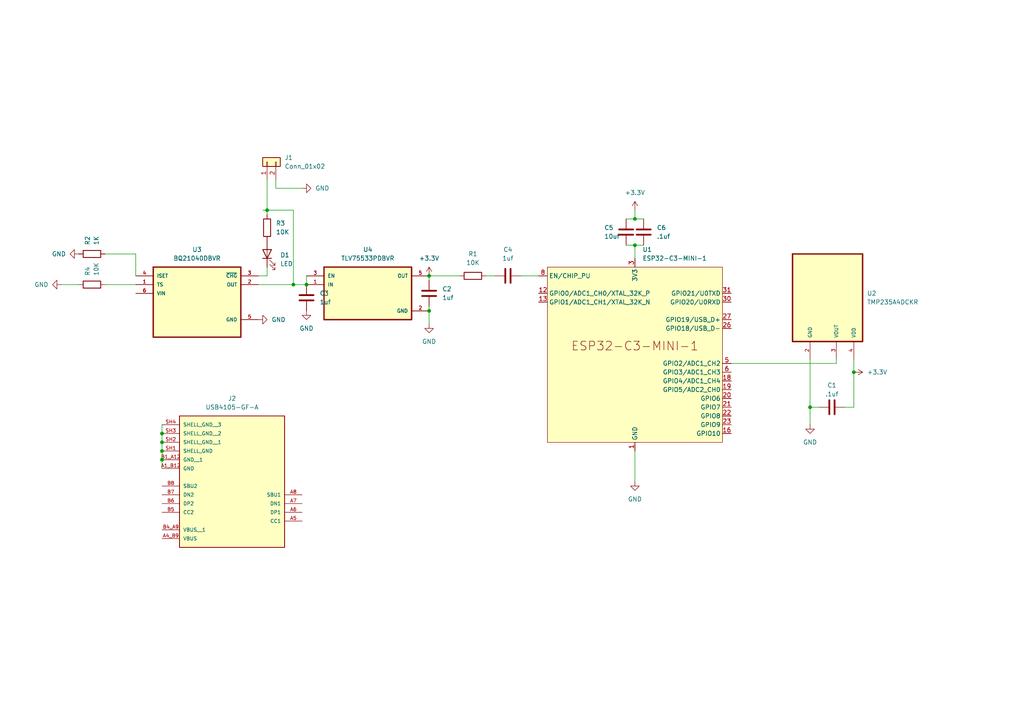
<source format=kicad_sch>
(kicad_sch (version 20230121) (generator eeschema)
  (paper "A4")
  (lib_symbols
    (symbol "BQ21040DBVR:BQ21040DBVR" (pin_names (offset 1.016))
      (property "Reference" "U" (at -12.7 11.16 0))
      (property "Value" "BQ21040DBVR" (at -12.7 -14.16 0))
      (symbol "BQ21040DBVR_0_0"
        (rectangle (start -12.7 -10.16) (end 12.7 10.16) (stroke (width 0.41)) (fill (type background)))
        (pin input line (at -17.78 5.08 0) (length 5.08) (name "TS") (number "1"))
        (pin output line (at 17.78 5.08 180) (length 5.08) (name "OUT") (number "2"))
        (pin output line (at 17.78 7.62 180) (length 5.08) (name "~{CHG}") (number "3"))
        (pin input line (at -17.78 7.62 0) (length 5.08) (name "ISET") (number "4"))
        (pin power_in line (at 17.78 -5.08 180) (length 5.08) (name "GND") (number "5"))
        (pin input line (at -17.78 2.54 0) (length 5.08) (name "VIN") (number "6"))
      )
    )
    (symbol "Connector_Generic:Conn_01x02" (pin_names (offset 1.016) hide)
      (property "Reference" "J" (at 0 2.54 0))
      (property "Value" "Conn_01x02" (at 0 -5.08 0))
      (symbol "Conn_01x02_1_1"
        (rectangle (start -1.27 -2.413) (end 0 -2.667) (stroke (width 0.1524)))
        (rectangle (start -1.27 0.127) (end 0 -0.127) (stroke (width 0.1524)))
        (rectangle (start -1.27 1.27) (end 1.27 -3.81) (stroke (width 0.254)) (fill (type background)))
        (pin passive line (at -5.08 0 0) (length 3.81) (name "Pin_1") (number "1"))
        (pin passive line (at -5.08 -2.54 0) (length 3.81) (name "Pin_2") (number "2"))
      )
    )
    (symbol "Device:C" (pin_numbers hide) (pin_names (offset 0.254))
      (property "Reference" "C" (at 0.635 2.54 0))
      (property "Value" "C" (at 0.635 -2.54 0))
      (symbol "C_0_1"
        (polyline (pts (xy -2.032 -0.762) (xy 2.032 -0.762)) (stroke (width 0.508)))
        (polyline (pts (xy -2.032 0.762) (xy 2.032 0.762)) (stroke (width 0.508)))
      )
      (symbol "C_1_1"
        (pin passive line (at 0 3.81 270) (length 2.794) (name "~") (number "1"))
        (pin passive line (at 0 -3.81 90) (length 2.794) (name "~") (number "2"))
      )
    )
    (symbol "Device:LED" (pin_numbers hide) (pin_names (offset 1.016) hide)
      (property "Reference" "D" (at 0 2.54 0))
      (property "Value" "LED" (at 0 -2.54 0))
      (symbol "LED_0_1"
        (polyline (pts (xy -1.27 -1.27) (xy -1.27 1.27)) (stroke (width 0.254)))
        (polyline (pts (xy -1.27 0) (xy 1.27 0)))
        (polyline (pts (xy 1.27 -1.27) (xy 1.27 1.27) (xy -1.27 0) (xy 1.27 -1.27)) (stroke (width 0.254)))
        (polyline (pts (xy -3.048 -0.762) (xy -4.572 -2.286) (xy -3.81 -2.286) (xy -4.572 -2.286) (xy -4.572 -1.524)))
        (polyline (pts (xy -1.778 -0.762) (xy -3.302 -2.286) (xy -2.54 -2.286) (xy -3.302 -2.286) (xy -3.302 -1.524)))
      )
      (symbol "LED_1_1"
        (pin passive line (at -3.81 0 0) (length 2.54) (name "K") (number "1"))
        (pin passive line (at 3.81 0 180) (length 2.54) (name "A") (number "2"))
      )
    )
    (symbol "Device:R" (pin_numbers hide) (pin_names (offset 0))
      (property "Reference" "R" (at 2.032 0 90))
      (property "Value" "R" (at 0 0 90))
      (symbol "R_0_1"
        (rectangle (start -1.016 -2.54) (end 1.016 2.54) (stroke (width 0.254)))
      )
      (symbol "R_1_1"
        (pin passive line (at 0 3.81 270) (length 1.27) (name "~") (number "1"))
        (pin passive line (at 0 -3.81 90) (length 1.27) (name "~") (number "2"))
      )
    )
    (symbol "PCM_Espressif:ESP32-C3-MINI-1"
      (property "Reference" "U" (at -25.4 30.48 0))
      (property "Value" "ESP32-C3-MINI-1" (at -25.4 27.94 0))
      (symbol "ESP32-C3-MINI-1_0_0"
        (text "ESP32-C3-MINI-1" (at 0 2.54 0) (effects (font (size 2.54 2.54))))
      )
      (symbol "ESP32-C3-MINI-1_0_1"
        (rectangle (start -25.4 25.4) (end 25.4 -25.4) (fill (type background)))
      )
      (symbol "ESP32-C3-MINI-1_1_1"
        (pin power_in line (at 0 -27.94 90) (length 2.54) (name "GND") (number "1"))
        (pin no_connect line (at -25.4 2.54 0) (length 2.54) hide (name "NC") (number "10"))
        (pin passive line (at 0 -27.94 90) (length 2.54) hide (name "GND") (number "11"))
        (pin bidirectional line (at -27.94 17.78 0) (length 2.54) (name "GPIO0/ADC1_CH0/XTAL_32K_P") (number "12"))
        (pin bidirectional line (at -27.94 15.24 0) (length 2.54) (name "GPIO1/ADC1_CH1/XTAL_32K_N") (number "13"))
        (pin passive line (at 0 -27.94 90) (length 2.54) hide (name "GND") (number "14"))
        (pin no_connect line (at -25.4 0 0) (length 2.54) hide (name "NC") (number "15"))
        (pin bidirectional line (at 27.94 -22.86 180) (length 2.54) (name "GPIO10") (number "16"))
        (pin no_connect line (at -25.4 -2.54 0) (length 2.54) hide (name "NC") (number "17"))
        (pin bidirectional line (at 27.94 -7.62 180) (length 2.54) (name "GPIO4/ADC1_CH4") (number "18"))
        (pin bidirectional line (at 27.94 -10.16 180) (length 2.54) (name "GPIO5/ADC2_CH0") (number "19"))
        (pin passive line (at 0 -27.94 90) (length 2.54) hide (name "GND") (number "2"))
        (pin bidirectional line (at 27.94 -12.7 180) (length 2.54) (name "GPIO6") (number "20"))
        (pin bidirectional line (at 27.94 -15.24 180) (length 2.54) (name "GPIO7") (number "21"))
        (pin bidirectional line (at 27.94 -17.78 180) (length 2.54) (name "GPIO8") (number "22"))
        (pin bidirectional line (at 27.94 -20.32 180) (length 2.54) (name "GPIO9") (number "23"))
        (pin no_connect line (at -25.4 -5.08 0) (length 2.54) hide (name "NC") (number "24"))
        (pin no_connect line (at -25.4 -7.62 0) (length 2.54) hide (name "NC") (number "25"))
        (pin bidirectional line (at 27.94 7.62 180) (length 2.54) (name "GPIO18/USB_D-") (number "26"))
        (pin bidirectional line (at 27.94 10.16 180) (length 2.54) (name "GPIO19/USB_D+") (number "27"))
        (pin no_connect line (at -25.4 -10.16 0) (length 2.54) hide (name "NC") (number "28"))
        (pin no_connect line (at -25.4 -12.7 0) (length 2.54) hide (name "NC") (number "29"))
        (pin power_in line (at 0 27.94 270) (length 2.54) (name "3V3") (number "3"))
        (pin bidirectional line (at 27.94 15.24 180) (length 2.54) (name "GPIO20/U0RXD") (number "30"))
        (pin bidirectional line (at 27.94 17.78 180) (length 2.54) (name "GPIO21/U0TXD") (number "31"))
        (pin no_connect line (at -25.4 -15.24 0) (length 2.54) hide (name "NC") (number "32"))
        (pin no_connect line (at -25.4 -17.78 0) (length 2.54) hide (name "NC") (number "33"))
        (pin no_connect line (at -25.4 -20.32 0) (length 2.54) hide (name "NC") (number "34"))
        (pin no_connect line (at -25.4 -22.86 0) (length 2.54) hide (name "NC") (number "35"))
        (pin passive line (at 0 -27.94 90) (length 2.54) hide (name "GND") (number "36"))
        (pin passive line (at 0 -27.94 90) (length 2.54) hide (name "GND") (number "37"))
        (pin passive line (at 0 -27.94 90) (length 2.54) hide (name "GND") (number "38"))
        (pin passive line (at 0 -27.94 90) (length 2.54) hide (name "GND") (number "39"))
        (pin no_connect line (at -25.4 10.16 0) (length 2.54) hide (name "NC") (number "4"))
        (pin passive line (at 0 -27.94 90) (length 2.54) hide (name "GND") (number "40"))
        (pin passive line (at 0 -27.94 90) (length 2.54) hide (name "GND") (number "41"))
        (pin passive line (at 0 -27.94 90) (length 2.54) hide (name "GND") (number "42"))
        (pin passive line (at 0 -27.94 90) (length 2.54) hide (name "GND") (number "43"))
        (pin passive line (at 0 -27.94 90) (length 2.54) hide (name "GND") (number "44"))
        (pin passive line (at 0 -27.94 90) (length 2.54) hide (name "GND") (number "45"))
        (pin passive line (at 0 -27.94 90) (length 2.54) hide (name "GND") (number "46"))
        (pin passive line (at 0 -27.94 90) (length 2.54) hide (name "GND") (number "47"))
        (pin passive line (at 0 -27.94 90) (length 2.54) hide (name "GND") (number "48"))
        (pin passive line (at 0 -27.94 90) (length 2.54) hide (name "GND") (number "49"))
        (pin bidirectional line (at 27.94 -2.54 180) (length 2.54) (name "GPIO2/ADC1_CH2") (number "5"))
        (pin passive line (at 0 -27.94 90) (length 2.54) hide (name "GND") (number "50"))
        (pin passive line (at 0 -27.94 90) (length 2.54) hide (name "GND") (number "51"))
        (pin passive line (at 0 -27.94 90) (length 2.54) hide (name "GND") (number "52"))
        (pin passive line (at 0 -27.94 90) (length 2.54) hide (name "GND") (number "53"))
        (pin bidirectional line (at 27.94 -5.08 180) (length 2.54) (name "GPIO3/ADC1_CH3") (number "6"))
        (pin no_connect line (at -25.4 7.62 0) (length 2.54) hide (name "NC") (number "7"))
        (pin input line (at -27.94 22.86 0) (length 2.54) (name "EN/CHIP_PU") (number "8"))
        (pin no_connect line (at -25.4 5.08 0) (length 2.54) hide (name "NC") (number "9"))
      )
    )
    (symbol "TLV75533PDBVR:TLV75533PDBVR" (pin_names (offset 1.016))
      (property "Reference" "U" (at -12.7 8.6106 0))
      (property "Value" "TLV75533PDBVR" (at -12.7 -11.6078 0))
      (symbol "TLV75533PDBVR_0_0"
        (rectangle (start -12.7 -7.62) (end 12.7 7.62) (stroke (width 0.4064)) (fill (type background)))
        (pin input line (at -17.78 2.54 0) (length 5.08) (name "IN") (number "1"))
        (pin power_in line (at 17.78 -5.08 180) (length 5.08) (name "GND") (number "2"))
        (pin input line (at -17.78 5.08 0) (length 5.08) (name "EN") (number "3"))
        (pin output line (at 17.78 5.08 180) (length 5.08) (name "OUT") (number "5"))
      )
    )
    (symbol "TMP235A4DCKR:TMP235A4DCKR" (pin_names (offset 1.016))
      (property "Reference" "U" (at -12.7 11.16 0))
      (property "Value" "TMP235A4DCKR" (at -12.7 -14.16 0))
      (symbol "TMP235A4DCKR_0_0"
        (rectangle (start -12.7 -10.16) (end 12.7 10.16) (stroke (width 0.41)) (fill (type background)))
        (pin power_in line (at 17.78 -5.08 180) (length 5.08) (name "GND") (number "2"))
        (pin output line (at 17.78 2.54 180) (length 5.08) (name "VOUT") (number "3"))
        (pin power_in line (at 17.78 7.62 180) (length 5.08) (name "VDD") (number "4"))
      )
    )
    (symbol "USB4105-GF-A:USB4105-GF-A" (pin_names (offset 1.016))
      (property "Reference" "J" (at -15.24 13.97 0))
      (property "Value" "USB4105-GF-A" (at -15.24 -27.94 0))
      (symbol "USB4105-GF-A_0_0"
        (rectangle (start -15.24 -25.4) (end 15.24 12.7) (stroke (width 0.254)) (fill (type background)))
        (pin power_in line (at 20.32 -10.16 180) (length 5.08) (name "GND") (number "A1_B12"))
        (pin power_in line (at 20.32 10.16 180) (length 5.08) (name "VBUS") (number "A4_B9"))
        (pin bidirectional line (at -20.32 5.08 0) (length 5.08) (name "CC1") (number "A5"))
        (pin bidirectional line (at -20.32 2.54 0) (length 5.08) (name "DP1") (number "A6"))
        (pin bidirectional line (at -20.32 0 0) (length 5.08) (name "DN1") (number "A7"))
        (pin bidirectional line (at -20.32 -2.54 0) (length 5.08) (name "SBU1") (number "A8"))
        (pin power_in line (at 20.32 -12.7 180) (length 5.08) (name "GND__1") (number "B1_A12"))
        (pin power_in line (at 20.32 7.62 180) (length 5.08) (name "VBUS__1") (number "B4_A9"))
        (pin bidirectional line (at 20.32 2.54 180) (length 5.08) (name "CC2") (number "B5"))
        (pin bidirectional line (at 20.32 0 180) (length 5.08) (name "DP2") (number "B6"))
        (pin bidirectional line (at 20.32 -2.54 180) (length 5.08) (name "DN2") (number "B7"))
        (pin bidirectional line (at 20.32 -5.08 180) (length 5.08) (name "SBU2") (number "B8"))
        (pin power_in line (at 20.32 -15.24 180) (length 5.08) (name "SHELL_GND") (number "SH1"))
        (pin power_in line (at 20.32 -17.78 180) (length 5.08) (name "SHELL_GND__1") (number "SH2"))
        (pin power_in line (at 20.32 -20.32 180) (length 5.08) (name "SHELL_GND__2") (number "SH3"))
        (pin power_in line (at 20.32 -22.86 180) (length 5.08) (name "SHELL_GND__3") (number "SH4"))
      )
    )
    (symbol "power:+3.3V" (power) (pin_names (offset 0))
      (property "Value" "+3.3V" (at 0 3.556 0))
      (symbol "+3.3V_0_1"
        (polyline (pts (xy -0.762 1.27) (xy 0 2.54)))
        (polyline (pts (xy 0 0) (xy 0 2.54)))
        (polyline (pts (xy 0 2.54) (xy 0.762 1.27)))
      )
      (symbol "+3.3V_1_1"
        (pin power_in line (at 0 0 90) (length 0) hide (name "+3.3V") (number "1"))
      )
    )
    (symbol "power:GND" (power) (pin_names (offset 0))
      (property "Value" "GND" (at 0 -3.81 0))
      (symbol "GND_0_1"
        (polyline (pts (xy 0 0) (xy 0 -1.27) (xy 1.27 -1.27) (xy 0 -2.54) (xy -1.27 -1.27) (xy 0 -1.27)))
      )
      (symbol "GND_1_1"
        (pin power_in line (at 0 0 270) (length 0) hide (name "GND") (number "1"))
      )
    )
  )
  (junction (at 184.15 63.5))
  (junction (at 85.09 82.55))
  (junction (at 46.99 133.35))
  (junction (at 124.46 80.01))
  (junction (at 234.95 118.11))
  (junction (at 88.9 82.55))
  (junction (at 184.15 71.12))
  (junction (at 46.99 125.73))
  (junction (at 46.99 130.81))
  (junction (at 46.99 128.27))
  (junction (at 77.47 60.96))
  (junction (at 124.46 90.17))
  (junction (at 247.65 107.95))
  (wire (pts (xy 46.99 125.73) (xy 46.99 128.27)))
  (wire (pts (xy 234.95 118.11) (xy 234.95 104.14)))
  (wire (pts (xy 181.61 71.12) (xy 184.15 71.12)))
  (wire (pts (xy 124.46 88.9) (xy 124.46 90.17)))
  (wire (pts (xy 30.48 73.66) (xy 39.37 73.66)))
  (wire (pts (xy 133.35 80.01) (xy 124.46 80.01)))
  (wire (pts (xy 74.93 82.55) (xy 85.09 82.55)))
  (wire (pts (xy 151.13 80.01) (xy 156.21 80.01)))
  (wire (pts (xy 234.95 118.11) (xy 234.95 123.19)))
  (wire (pts (xy 181.61 63.5) (xy 184.15 63.5)))
  (wire (pts (xy 247.65 118.11) (xy 247.65 107.95)))
  (wire (pts (xy 46.99 133.35) (xy 46.99 135.89)))
  (wire (pts (xy 77.47 60.96) (xy 85.09 60.96)))
  (wire (pts (xy 184.15 130.81) (xy 184.15 139.7)))
  (wire (pts (xy 237.49 118.11) (xy 234.95 118.11)))
  (wire (pts (xy 88.9 80.01) (xy 88.9 82.55)))
  (wire (pts (xy 184.15 63.5) (xy 186.69 63.5)))
  (wire (pts (xy 245.11 118.11) (xy 247.65 118.11)))
  (wire (pts (xy 184.15 74.93) (xy 184.15 71.12)))
  (wire (pts (xy 85.09 82.55) (xy 88.9 82.55)))
  (wire (pts (xy 140.97 80.01) (xy 143.51 80.01)))
  (wire (pts (xy 212.09 105.41) (xy 242.57 105.41)))
  (wire (pts (xy 247.65 104.14) (xy 247.65 107.95)))
  (wire (pts (xy 46.99 123.19) (xy 46.99 125.73)))
  (wire (pts (xy 77.47 80.01) (xy 77.47 77.47)))
  (wire (pts (xy 39.37 73.66) (xy 39.37 80.01)))
  (wire (pts (xy 77.47 52.07) (xy 77.47 60.96)))
  (wire (pts (xy 76.2 60.96) (xy 77.47 60.96)))
  (wire (pts (xy 124.46 90.17) (xy 124.46 93.98)))
  (wire (pts (xy 80.01 52.07) (xy 80.01 54.61)))
  (wire (pts (xy 85.09 60.96) (xy 85.09 82.55)))
  (wire (pts (xy 242.57 105.41) (xy 242.57 104.14)))
  (wire (pts (xy 74.93 80.01) (xy 77.47 80.01)))
  (wire (pts (xy 80.01 54.61) (xy 87.63 54.61)))
  (wire (pts (xy 184.15 60.96) (xy 184.15 63.5)))
  (wire (pts (xy 77.47 62.23) (xy 77.47 60.96)))
  (wire (pts (xy 124.46 80.01) (xy 124.46 81.28)))
  (wire (pts (xy 46.99 130.81) (xy 46.99 133.35)))
  (wire (pts (xy 184.15 71.12) (xy 186.69 71.12)))
  (wire (pts (xy 17.78 82.55) (xy 22.86 82.55)))
  (wire (pts (xy 30.48 82.55) (xy 39.37 82.55)))
  (wire (pts (xy 46.99 128.27) (xy 46.99 130.81)))
  (symbol (lib_id "power:GND") (at 87.63 54.61 90) (unit 1)
    (property "Reference" "#PWR02" (effects hide))
    (property "Value" "GND" (at 91.44 54.61 90) (effects (justify right)))
  )
  (symbol (lib_id "power:+3.3V") (at 247.65 107.95 270) (unit 1)
    (property "Reference" "#PWR011" (effects hide))
    (property "Value" "+3.3V" (at 251.46 107.95 90) (effects (justify left)))
  )
  (symbol (lib_id "Connector_Generic:Conn_01x02") (at 77.47 46.99 90) (unit 1)
    (property "Reference" "J1" (at 82.55 45.72 90) (effects (justify right)))
    (property "Value" "Conn_01x02" (at 82.55 48.26 90) (effects (justify right)))
  )
  (symbol (lib_id "power:GND") (at 22.86 73.66 270) (unit 1)
    (property "Reference" "#PWR06" (effects hide))
    (property "Value" "GND" (at 19.1327 73.66 90) (effects (justify right)))
  )
  (symbol (lib_id "Device:R") (at 26.67 82.55 90) (unit 1)
    (property "Reference" "R4" (at 25.4 80.01 0) (effects (justify left)))
    (property "Value" "10K" (at 27.94 80.01 0) (effects (justify left)))
  )
  (symbol (lib_id "Device:R") (at 26.67 73.66 90) (unit 1)
    (property "Reference" "R2" (at 25.4 71.12 0) (effects (justify left)))
    (property "Value" "1K" (at 27.94 71.12 0) (effects (justify left)))
  )
  (symbol (lib_id "Device:C") (at 147.32 80.01 270) (unit 1)
    (property "Reference" "C4" (at 147.32 72.39 90))
    (property "Value" "1uf" (at 147.32 74.93 90))
  )
  (symbol (lib_id "TLV75533PDBVR:TLV75533PDBVR") (at 106.68 85.09 0) (unit 1)
    (property "Reference" "U4" (at 106.68 72.39 0))
    (property "Value" "TLV75533PDBVR" (at 106.68 74.93 0))
    (property "Footprint" "SOT95P280X145-5N" (effects hide))
  )
  (symbol (lib_id "power:+3.3V") (at 184.15 60.96 0) (unit 1)
    (property "Reference" "#PWR010" (effects hide))
    (property "Value" "+3.3V" (at 184.15 55.88 0))
  )
  (symbol (lib_id "Device:C") (at 181.61 67.31 0) (unit 1)
    (property "Reference" "C5" (at 175.26 66.04 0) (effects (justify left)))
    (property "Value" "10uf" (at 175.26 68.58 0) (effects (justify left)))
  )
  (symbol (lib_id "Device:C") (at 186.69 67.31 0) (unit 1)
    (property "Reference" "C6" (at 190.5 66.04 0) (effects (justify left)))
    (property "Value" ".1uf" (at 190.5 68.58 0) (effects (justify left)))
  )
  (symbol (lib_id "Device:C") (at 124.46 85.09 180) (unit 1)
    (property "Reference" "C2" (at 128.27 83.82 0) (effects (justify right)))
    (property "Value" "1uf" (at 128.27 86.36 0) (effects (justify right)))
  )
  (symbol (lib_id "power:+3.3V") (at 124.46 80.01 0) (unit 1)
    (property "Reference" "#PWR09" (effects hide))
    (property "Value" "+3.3V" (at 124.46 74.93 0))
  )
  (symbol (lib_id "BQ21040DBVR:BQ21040DBVR") (at 57.15 87.63 0) (unit 1)
    (property "Reference" "U3" (at 57.15 72.39 0))
    (property "Value" "BQ21040DBVR" (at 57.15 74.93 0))
    (property "Footprint" "BQ21040DBVR:SOT95P280X145-6N" (effects hide))
  )
  (symbol (lib_id "power:GND") (at 184.15 139.7 0) (unit 1)
    (property "Reference" "#PWR01" (effects hide))
    (property "Value" "GND" (at 184.15 144.78 0))
  )
  (symbol (lib_id "USB4105-GF-A:USB4105-GF-A") (at 67.31 146.05 180) (unit 1)
    (property "Reference" "J2" (at 67.31 115.57 0))
    (property "Value" "USB4105-GF-A" (at 67.31 118.11 0))
    (property "Footprint" "GCT_USB4105-GF-A" (effects hide))
    (property "PARTREV" "B3" (effects hide))
    (property "MANUFACTURER" "Global Connector Technology" (effects hide))
    (property "MAXIMUM_PACKAGE_HEIGHT" "3.31mm" (effects hide))
    (property "STANDARD" "Manufacturer Recommendations" (effects hide))
  )
  (symbol (lib_id "power:GND") (at 74.93 92.71 90) (unit 1)
    (property "Reference" "#PWR03" (effects hide))
    (property "Value" "GND" (at 78.74 92.71 90) (effects (justify right)))
  )
  (symbol (lib_id "Device:R") (at 137.16 80.01 90) (unit 1)
    (property "Reference" "R1" (at 137.16 73.66 90))
    (property "Value" "10K" (at 137.16 76.2 90))
  )
  (symbol (lib_id "TMP235A4DCKR:TMP235A4DCKR") (at 240.03 86.36 270) (unit 1)
    (property "Reference" "U2" (at 251.46 85.09 90) (effects (justify left)))
    (property "Value" "TMP235A4DCKR" (at 251.46 87.63 90) (effects (justify left)))
    (property "Footprint" "TMP235A4DCKR:SOT65P210X110-5N" (effects hide))
  )
  (symbol (lib_id "power:GND") (at 17.78 82.55 270) (unit 1)
    (property "Reference" "#PWR05" (effects hide))
    (property "Value" "GND" (at 14.0527 82.55 90) (effects (justify right)))
  )
  (symbol (lib_id "Device:C") (at 88.9 86.36 180) (unit 1)
    (property "Reference" "C3" (at 92.71 85.09 0) (effects (justify right)))
    (property "Value" "1uf" (at 92.71 87.63 0) (effects (justify right)))
  )
  (symbol (lib_id "power:GND") (at 234.95 123.19 0) (unit 1)
    (property "Reference" "#PWR07" (effects hide))
    (property "Value" "GND" (at 234.95 128.27 0))
  )
  (symbol (lib_id "Device:LED") (at 77.47 73.66 90) (unit 1)
    (property "Reference" "D1" (at 81.28 73.9775 90) (effects (justify right)))
    (property "Value" "LED" (at 81.28 76.5175 90) (effects (justify right)))
  )
  (symbol (lib_id "power:GND") (at 124.46 93.98 0) (unit 1)
    (property "Reference" "#PWR08" (effects hide))
    (property "Value" "GND" (at 124.46 99.06 0))
  )
  (symbol (lib_id "power:GND") (at 88.9 90.17 0) (unit 1)
    (property "Reference" "#PWR04" (effects hide))
    (property "Value" "GND" (at 88.9 95.25 0))
  )
  (symbol (lib_id "PCM_Espressif:ESP32-C3-MINI-1") (at 184.15 102.87 0) (unit 1)
    (property "Reference" "U1" (at 186.3441 72.39 0) (effects (justify left)))
    (property "Value" "ESP32-C3-MINI-1" (at 186.3441 74.93 0) (effects (justify left)))
    (property "Footprint" "PCM_Espressif:ESP32-C3-MINI-1" (effects hide))
    (property "Datasheet" "https://www.espressif.com/sites/default/files/documentation/esp32-c3-mini-1_datasheet_en.pdf" (effects hide))
  )
  (symbol (lib_id "Device:R") (at 77.47 66.04 0) (unit 1)
    (property "Reference" "R3" (at 80.01 64.77 0) (effects (justify left)))
    (property "Value" "10K" (at 80.01 67.31 0) (effects (justify left)))
  )
  (symbol (lib_id "Device:C") (at 241.3 118.11 90) (unit 1)
    (property "Reference" "C1" (at 241.3 111.76 90))
    (property "Value" ".1uf" (at 241.3 114.3 90))
  )
)
</source>
